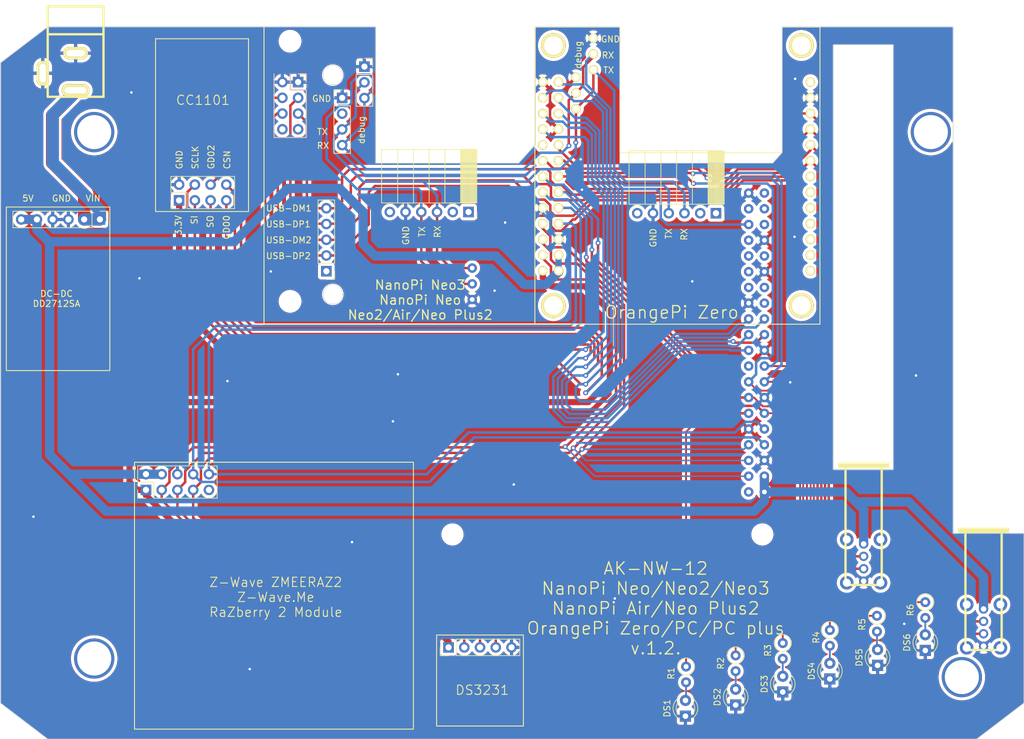
<source format=kicad_pcb>
(kicad_pcb (version 20220427) (generator pcbnew)
  (layers (0 "F.Cu" signal) (31 "B.Cu" signal) (34 "B.Paste" user) (35 "F.Paste" user) (36 "B.SilkS" user "B.Silkscreen") (37 "F.SilkS" user "F.Silkscreen") (38 "B.Mask" user) (39 "F.Mask" user) (44 "Edge.Cuts" user))
  (net 0 "")
  (net 1 "GND")
  (net 2 "5V")
  (net 11 "Net-(U1-USB-DP2)")
  (net 12 "Net-(U1-USB-DM3)")
  (net 13 "Net-(U1-USB-DP3)")
  (net 14 "Net-(U1-USB-DM2)")
  (net 15 "3.3V")
  (net 17 "12V")
  (net 18 "SI")
  (net 19 "SCLK")
  (net 20 "SO")
  (net 21 "GD02")
  (net 22 "GD00")
  (net 23 "CSN")
  (net 27 "TX")
  (net 28 "RX")
  (net 46 "PWM1")
  (net 47 "SCK")
  (net 48 "SDA")
  (net 49 "UART_TX")
  (net 50 "UART_RX")
  (net 51 "Net-(R1-Pad2)")
  (net 52 "Net-(DS2-A)")
  (net 53 "Net-(DS3-A)")
  (net 54 "Net-(DS4-A)")
  (net 55 "Net-(DS5-A)")
  (net 56 "Net-(DS6-A)")
  (net 57 "LED1")
  (net 58 "LED2")
  (net 59 "LED3")
  (net 60 "LED4")
  (net 61 "LED5")
  (net 62 "LED6")
  (footprint "Resistor_THT:R_Axial_DIN0207_L6.3mm_D2.5mm_P2.54mm_Vertical" (layer "F.Cu") (at 161 149.5 -90)
    (fp_text reference "R2")
    (fp_text value "R")
  )
  (footprint "Resistor_THT:R_Axial_DIN0207_L6.3mm_D2.5mm_P2.54mm_Vertical" (layer "F.Cu") (at 176.2 145.4 -90)
    (fp_text reference "R4")
    (fp_text value "R")
  )
  (footprint "LED_THT:LED_D3.0mm" (layer "F.Cu") (at 152.9 159.3 90)
    (fp_text reference "DS1")
    (fp_text value "LED")
  )
  (footprint "Resistor_THT:R_Axial_DIN0207_L6.3mm_D2.5mm_P2.54mm_Vertical" (layer "F.Cu") (at 183.8 143.1 -90)
    (fp_text reference "R5")
    (fp_text value "R")
  )
  (footprint "Connector_PinHeader_2.54mm:PinHeader_2x05_P2.54mm_Vertical" (layer "F.Cu") (at 65.85 122.775 90)
    (fp_text reference "P2" hide)
    (fp_text value "CONN_02X06")
  )
  (footprint "LED_THT:LED_D3.0mm" (layer "F.Cu") (at 161 157.5 90)
    (fp_text reference "DS2")
    (fp_text value "LED")
  )
  (footprint "immortal:orangepi-zero" (layer "F.Cu") (at 128.3735 96.0155)
    (fp_text reference "U1" hide)
    (fp_text value "orange_pi_zero" hide)
  )
  (footprint "LED_THT:LED_D3.0mm" (layer "F.Cu") (at 183.9 151.1 90)
    (fp_text reference "DS5")
    (fp_text value "LED")
  )
  (footprint "LED_THT:LED_D3.0mm" (layer "F.Cu") (at 168.6 155.4 90)
    (fp_text reference "DS3")
    (fp_text value "LED")
  )
  (footprint "LED_THT:LED_D3.0mm" (layer "F.Cu") (at 191.6 148.7 90)
    (fp_text reference "DS6")
    (fp_text value "LED")
  )
  (footprint "Connector_PinHeader_2.54mm:PinHeader_1x05_P2.54mm_Vertical" (layer "F.Cu") (at 114.675 148.2 90)
    (fp_text reference "P1" hide)
    (fp_text value "CONN_01X05")
  )
  (footprint "w_conn_pc:conn_usb_A-vert" (layer "F.Cu") (at 181.65 128.46978 180)
    (fp_text reference "J3" hide)
    (fp_text value "USB_2" hide)
  )
  (footprint "Resistor_THT:R_Axial_DIN0207_L6.3mm_D2.5mm_P2.54mm_Vertical" (layer "F.Cu") (at 191.6 140.9 -90)
    (fp_text reference "R6")
    (fp_text value "R")
  )
  (footprint "Connector_PinHeader_2.54mm:PinHeader_2x04_P2.54mm_Vertical" (layer "F.Cu") (at 71.2 76.02381 90)
    (fp_text reference "J5" hide)
    (fp_text value "Conn_02x04_Odd_Even")
  )
  (footprint "Resistor_THT:R_Axial_DIN0207_L6.3mm_D2.5mm_P2.54mm_Vertical" (layer "F.Cu") (at 153 151.3 -90)
    (fp_text reference "R1")
    (fp_text value "R")
  )
  (footprint "Connector_PinHeader_2.54mm:PinHeader_1x04_P2.54mm_Vertical" (layer "F.Cu") (at 97.51 59.48)
    (fp_text reference "REF**" hide)
    (fp_text value "PinHeader_1x04_P2.54mm_Vertical")
  )
  (footprint "Connector_PinSocket_2.54mm:PinSocket_1x06_P2.54mm_Horizontal" (layer "F.Cu") (at 157.825 78.1 -90)
    (fp_text reference "J6" hide)
    (fp_text value "Conn_01x06")
  )
  (footprint "Connector_PinHeader_2.54mm:PinHeader_1x06_P2.54mm_Vertical" (layer "F.Cu") (at 58.42 79.1 -90)
    (fp_text reference "J2" hide)
    (fp_text value "Conn_01x06" hide)
  )
  (footprint "LED_THT:LED_D3.0mm" (layer "F.Cu") (at 176.2 153.3 90)
    (fp_text reference "DS4")
    (fp_text value "LED")
  )
  (footprint "Resistor_THT:R_Axial_DIN0207_L6.3mm_D2.5mm_P2.54mm_Vertical" (layer "F.Cu") (at 168.6 147.5 -90)
    (fp_text reference "R3")
    (fp_text value "R")
  )
  (footprint "w_conn_pc:conn_usb_A-vert" (layer "F.Cu") (at 201 138.9703 180)
    (fp_text reference "J4" hide)
    (fp_text value "USB_2" hide)
  )
  (footprint "w_conn_misc:dc_socket" (layer "F.Cu") (at 54.5 52 180)
    (fp_text reference "J1" hide)
    (fp_text value "Conn_01x02" hide)
  )
  (footprint "Connector_PinHeader_2.54mm:PinHeader_1x05_P2.54mm_Vertical" (layer "F.Cu") (at 94.96 87.46 180)
    (fp_text reference "REF**" hide)
    (fp_text value "PinHeader_1x05_P2.54mm_Vertical")
  )
  (footprint "Connector_PinSocket_2.54mm:PinSocket_1x06_P2.54mm_Horizontal" (layer "F.Cu") (at 117.9 77.9 -90)
    (fp_text reference "J7" hide)
    (fp_text value "Conn_01x06")
  )
  (footprint "Mounting_Holes:MountingHole_3mm" (layer "B.Cu") (at 96 91.2 90)
    (fp_text reference "H1" hide)
    (fp_text value "MountingHole")
  )
  (footprint "immortal:NanoPi-NEO3" (layer "B.Cu") (at 110.103128 71.325 90)
    (fp_text reference "REF**" hide)
    (fp_text value "NanoPi_NEO3" hide)
  )
  (footprint "Mounting_Holes:MountingHole_3mm" (layer "B.Cu") (at 96 55.8 90)
    (fp_text reference "H2" hide)
    (fp_text value "MountingHole")
  )
  (footprint "immortal:OrangePiPC" (layer "B.Cu") (at 103.509364 87.960896 -90)
    (fp_text reference "U3" hide)
    (fp_text value "OrangePiPC")
  )
  (gr_line (start 91.71 65.88) (end 91.71 58.2) (stroke (width 0.15)) (layer "F.SilkS"))
  (gr_line (start 99.78 60.81) (end 99.79 55.69) (stroke (width 0.15)) (layer "F.SilkS"))
  (gr_line (start 86.53 55.59) (end 86.53 65.88) (stroke (width 0.15)) (layer "F.SilkS"))
  (gr_line (start 128.6015 96.0155) (end 84.9 96) (stroke (width 0.15)) (layer "F.SilkS"))
  (gr_line (start 90.41 55.59) (end 91.71 55.59) (stroke (width 0.15)) (layer "F.SilkS"))
  (gr_line (start 99.79 55.69) (end 102.44 55.69) (stroke (width 0.15)) (layer "F.SilkS"))
  (gr_line (start 91.71 55.59) (end 91.71 56.9) (stroke (width 0.15)) (layer "F.SilkS"))
  (gr_line (start 102.44 55.69) (end 102.44 60.8) (stroke (width 0.15)) (layer "F.SilkS"))
  (gr_line (start 89.15 58.2) (end 89.15 55.55) (stroke (width 0.15)) (layer "F.SilkS"))
  (gr_line (start 91.71 58.2) (end 89.15 58.2) (stroke (width 0.15)) (layer "F.SilkS"))
  (gr_rect (start 112.75 160.9) (end 126.75 146.2) (stroke (width 0.15)) (fill none) (layer "F.SilkS"))
  (gr_rect (start 43.32 77.1) (end 60.02 103.5) (stroke (width 0.15)) (fill none) (layer "F.SilkS"))
  (gr_line (start 102.41 53.08) (end 102.41 54.39) (stroke (width 0.15)) (layer "F.SilkS"))
  (gr_line (start 101.13 53.08) (end 102.41 53.08) (stroke (width 0.15)) (layer "F.SilkS"))
  (gr_line (start 86.53 65.88) (end 91.71 65.88) (stroke (width 0.15)) (layer "F.SilkS"))
  (gr_rect (start 64 118.3) (end 109 161.4) (stroke (width 0.15)) (fill none) (layer "F.SilkS"))
  (gr_line (start 84.9 96) (end 84.9 48.1) (stroke (width 0.15)) (layer "F.SilkS"))
  (gr_rect (start 82.4 49.92381) (end 67.4 77.82381) (stroke (width 0.15)) (fill none) (layer "F.SilkS"))
  (gr_line (start 102.44 60.8) (end 99.78 60.81) (stroke (width 0.15)) (layer "F.SilkS"))
  (gr_line (start 167 70) (end 142.3 70) (stroke (width 0.1)) (layer "Edge.Cuts"))
  (gr_circle (center 96 55.8) (end 96 54.3) (stroke (width 0.2)) (fill none) (layer "Edge.Cuts"))
  (gr_line (start 128.7 48) (end 128.7 67) (stroke (width 0.1)) (layer "Edge.Cuts"))
  (gr_line (start 50 163) (end 199.9 163) (stroke (width 0.1)) (layer "Edge.Cuts"))
  (gr_line (start 207.5 129.8) (end 207.5 157.2) (stroke (width 0.1)) (layer "Edge.Cuts"))
  (gr_line (start 42.4 157.2) (end 50 163) (stroke (width 0.1)) (layer "Edge.Cuts"))
  (gr_line (start 168.5 48) (end 168.5 68.3) (stroke (width 0.1)) (layer "Edge.Cuts"))
  (gr_line (start 126 70) (end 102.9 70) (stroke (width 0.1)) (layer "Edge.Cuts"))
  (gr_line (start 207.5 129.8) (end 196.1 129.8) (stroke (width 0.1)) (layer "Edge.Cuts"))
  (gr_line (start 196.1 48) (end 168.5 48) (stroke (width 0.1)) (layer "Edge.Cuts"))
  (gr_circle (center 96 91.2) (end 96 89.7) (stroke (width 0.2)) (fill none) (layer "Edge.Cuts"))
  (gr_line (start 126 70) (end 128.7 67) (stroke (width 0.1)) (layer "Edge.Cuts"))
  (gr_line (start 42.4 53.8) (end 42.4 157.2) (stroke (width 0.1)) (layer "Edge.Cuts"))
  (gr_line (start 102.9 70) (end 102.9 48) (stroke (width 0.1)) (layer "Edge.Cuts"))
  (gr_line (start 128.7 48) (end 142.3 48) (stroke (width 0.1)) (layer "Edge.Cuts"))
  (gr_line (start 196.1 129.8) (end 196.1 48) (stroke (width 0.1)) (layer "Edge.Cuts"))
  (gr_line (start 167 70) (end 168.5 68.3) (stroke (width 0.1)) (layer "Edge.Cuts"))
  (gr_line (start 199.9 163) (end 207.5 157.2) (stroke (width 0.1)) (layer "Edge.Cuts"))
  (gr_line (start 102.9 48) (end 50 48) (stroke (width 0.1)) (layer "Edge.Cuts"))
  (gr_line (start 42.4 53.8) (end 50 48) (stroke (width 0.1)) (layer "Edge.Cuts"))
  (gr_rect (start 186.45 50.8746) (end 176.75 119.5) (stroke (width 0.1)) (fill none) (layer "Edge.Cuts"))
  (gr_line (start 142.3 70) (end 142.3 48) (stroke (width 0.1)) (layer "Edge.Cuts"))
  (gr_text "RX" (at 140.4 52.6) (layer "F.SilkS") (effects (font (size 1 1))))
  (gr_text "USB-DP2" (at 88.828572 85) (layer "F.SilkS") (effects (font (size 1 1))))
  (gr_text "TX" (at 150.2 81.4 90) (layer "F.SilkS") (effects (font (size 1 1))))
  (gr_text "DC-DC\nDD2712SA" (at 51.42 91.9) (layer "F.SilkS") (effects (font (size 1 1))))
  (gr_text "5V" (at 46.82 75.7) (layer "F.SilkS") (effects (font (size 1 1))))
  (gr_text "GND" (at 52.22 75.7) (layer "F.SilkS") (effects (font (size 1 1))))
  (gr_text "OrangePi Zero" (at 150.7 94.1) (layer "F.SilkS") (effects (font (size 2 2) (thickness 0.2))))
  (gr_text "SO" (at 76.233332 79.447619 90) (layer "F.SilkS") (effects (font (size 1 1))))
  (gr_text "RX" (at 152.7 81.519048 90) (layer "F.SilkS") (effects (font (size 1 1))))
  (gr_text "GND" (at 71.24 69.456191 90) (layer "F.SilkS") (effects (font (size 1 1))))
  (gr_text "NanoPi Neo3\nNanoPi Neo\nNeo2/Air/Neo Plus2" (at 110.1 92.1) (layer "F.SilkS") (effects (font (size 1.5 1.5) (thickness 0.2))))
  (gr_text "USB-DP1" (at 88.828572 79.866666) (layer "F.SilkS") (effects (font (size 1 1))))
  (gr_text "DS3231" (at 120.11 155.1) (layer "F.SilkS") (effects (font (size 1.5 1.5))))
  (gr_text "CSN" (at 78.94 69.48 90) (layer "F.SilkS") (effects (font (size 1 1))))
  (gr_text "RX" (at 94.43 67.2) (layer "F.SilkS") (effects (font (size 1 1))))
  (gr_text "TX" (at 94.33 64.95) (layer "F.SilkS") (effects (font (size 1 1))))
  (gr_text "USB-DM2" (at 88.9 82.433332) (layer "F.SilkS") (effects (font (size 1 1))))
  (gr_text "USB-DM1" (at 88.9 77.3) (layer "F.SilkS") (effects (font (size 1 1))))
  (gr_text "GND" (at 147.7 82.066667 90) (layer "F.SilkS") (effects (font (size 1 1))))
  (gr_text "GND" (at 140.8 50) (layer "F.SilkS") (effects (font (size 1 1))))
  (gr_text "TX" (at 110.4 81.1 90) (layer "F.SilkS") (effects (font (size 1 1))))
  (gr_text "SI" (at 73.666666 79.161905 90) (layer "F.SilkS") (effects (font (size 1 1))))
  (gr_text "VIN" (at 57.32 75.7) (layer "F.SilkS") (effects (font (size 1 1))))
  (gr_text "GD02" (at 76.373332 69.027619 90) (layer "F.SilkS") (effects (font (size 1 1))))
  (gr_text "TX" (at 140.5 55) (layer "F.SilkS") (effects (font (size 1 1))))
  (gr_text "GD00" (at 78.86 80.38 90) (layer "F.SilkS") (effects (font (size 1 1))))
  (gr_text "AK-NW-12\nNanoPi Neo/Neo2/Neo3\nNanoPi Air/Neo Plus2\nOrangePi Zero/PC/PC plus\nv.1.2." (at 148.1 141.9) (layer "F.SilkS") (effects (font (size 2 2) (thickness 0.2))))
  (gr_text "3.3V" (at 71.1 80.066667 90) (layer "F.SilkS") (effects (font (size 1 1))))
  (gr_text "GND" (at 107.8 81.7 90) (layer "F.SilkS") (effects (font (size 1 1))))
  (gr_text "Z-Wave ZMEERAZ2\nZ-Wave.Me\nRaZberry 2 Module" (at 86.8 140.1) (layer "F.SilkS") (effects (font (size 1.5 1.5))))
  (gr_text "SCLK" (at 73.806666 69.099048 90) (layer "F.SilkS") (effects (font (size 1 1))))
  (gr_text "RX" (at 112.9 81.1 90) (layer "F.SilkS") (effects (font (size 1 1))))
  (gr_text "CC1101" (at 75.05 59.84) (layer "F.SilkS") (effects (font (size 1.5 1.5))))
  (gr_text "GND" (at 94.2 59.6) (layer "F.SilkS") (effects (font (size 1 1))))
  (via (at 57.5 65) (size 6.5) (drill 5.5) (layers "F.Cu" "B.Cu") (net 0))
  (via (at 192.5 65) (size 6.5) (drill 5.5) (layers "F.Cu" "B.Cu") (net 0))
  (via (at 57.5 150) (size 6.5) (drill 5.5) (layers "F.Cu" "B.Cu") (net 0))
  (via (at 197.5 153) (size 6.5) (drill 5.5) (layers "F.Cu" "B.Cu") (net 0))
  (segment (start 129.8815 56.9155) (end 131.043011 58.077011) (width 0.4) (layer "F.Cu") (net 1))
  (segment (start 134.0555 72.1555) (end 136.2 74.3) (width 0.4) (layer "F.Cu") (net 1))
  (segment (start 132.4215 72.1555) (end 134.0555 72.1555) (width 0.4) (layer "F.Cu") (net 1))
  (segment (start 131.043011 63.157011) (end 132.4215 64.5355) (width 0.4) (layer "F.Cu") (net 1))
  (segment (start 131.043011 58.077011) (end 131.043011 63.157011) (width 0.4) (layer "F.Cu") (net 1))
  (via (at 141.5 140.3) (size 0.8) (drill 0.4) (layers "F.Cu" "B.Cu") (net 1))
  (via (at 154 89.1) (size 0.8) (drill 0.4) (layers "F.Cu" "B.Cu") (net 1))
  (via (at 82.6 151.7) (size 0.8) (drill 0.4) (layers "F.Cu" "B.Cu") (net 1))
  (via (at 188.2 144.4) (size 0.8) (drill 0.4) (layers "F.Cu" "B.Cu") (net 1))
  (via (at 79 105.2) (size 0.8) (drill 0.4) (layers "F.Cu" "B.Cu") (net 1))
  (via (at 190.1 104.3) (size 0.8) (drill 0.4) (layers "F.Cu" "B.Cu") (net 1))
  (via (at 169.8 105.4) (size 0.8) (drill 0.4) (layers "F.Cu" "B.Cu") (net 1))
  (via (at 99.1 131.2) (size 0.8) (drill 0.4) (layers "F.Cu" "B.Cu") (net 1))
  (via (at 123.8 79.6) (size 0.8) (drill 0.4) (layers "F.Cu" "B.Cu") (net 1))
  (via (at 105.7 111.7) (size 0.8) (drill 0.4) (layers "F.Cu" "B.Cu") (net 1))
  (via (at 63.5 58.6) (size 0.8) (drill 0.4) (layers "F.Cu" "B.Cu") (net 1))
  (via (at 170.6 56.4) (size 0.8) (drill 0.4) (layers "F.Cu" "B.Cu") (net 1))
  (via (at 86 87.5) (size 0.8) (drill 0.4) (layers "F.Cu" "B.Cu") (net 1))
  (via (at 64.8 88.6) (size 0.8) (drill 0.4) (layers "F.Cu" "B.Cu") (net 1))
  (via (at 136.2 74.3) (size 0.8) (drill 0.4) (layers "F.Cu" "B.Cu") (net 1))
  (via (at 122.1 90.6) (size 0.8) (drill 0.4) (layers "F.Cu" "B.Cu") (net 1))
  (via (at 170.5 81.9) (size 0.8) (drill 0.4) (layers "F.Cu" "B.Cu") (net 1))
  (via (at 47.7 127.1) (size 0.8) (drill 0.4) (layers "F.Cu" "B.Cu") (net 1))
  (via (at 106.5 104.1) (size 0.8) (drill 0.4) (layers "F.Cu" "B.Cu") (net 1))
  (via (at 125.2 121.9) (size 0.8) (drill 0.4) (layers "F.Cu" "B.Cu") (net 1))
  (via (at 136 69.4) (size 0.8) (drill 0.4) (layers "F.Cu" "B.Cu") (net 1))
  (segment (start 131.1 80.994) (end 132.4215 82.3155) (width 0.4) (layer "B.Cu") (net 1))
  (segment (start 129.8815 77.2355) (end 129.8815 78.0815) (width 0.4) (layer "B.Cu") (net 1))
  (segment (start 129.8815 78.0815) (end 131.1 79.3) (width 0.4) (layer "B.Cu") (net 1))
  (segment (start 131.1 79.3) (end 131.1 80.994) (width 0.4) (layer "B.Cu") (net 1))
  (segment (start 188.9 124.7) (end 201 136.8) (width 1.5) (layer "B.Cu") (net 2))
  (segment (start 132.4215 87.3955) (end 132.4215 87.5785) (width 1.5) (layer "B.Cu") (net 2))
  (segment (start 130.4 89.6) (end 126.883 89.6) (width 1.5) (layer "B.Cu") (net 2))
  (segment (start 88.7 74.1) (end 80.1 82.7) (width 1.5) (layer "B.Cu") (net 2))
  (segment (start 180.4 124.7) (end 181.65 125.95) (width 1.5) (layer "B.Cu") (net 2))
  (segment (start 180.4 124.7) (end 188.9 124.7) (width 1.5) (layer "B.Cu") (net 2))
  (segment (start 164 126.2) (end 165.64 124.56) (width 1.5) (layer "B.Cu") (net 2))
  (segment (start 50.3 117.1) (end 59.4 126.2) (width 1.5) (layer "B.Cu") (net 2))
  (segment (start 50.3 117.1) (end 53.435 120.235) (width 1.5) (layer "B.Cu") (net 2))
  (segment (start 97.1 74.1) (end 88.7 74.1) (width 1.5) (layer "B.Cu") (net 2))
  (segment (start 100.9 77.9) (end 97.1 74.1) (width 1.5) (layer "B.Cu") (net 2))
  (segment (start 102.8 85) (end 100.9 83.1) (width 1.5) (layer "B.Cu") (net 2))
  (segment (start 165.64 124.56) (end 165.64 123.1) (width 1.5) (layer "B.Cu") (net 2))
  (segment (start 178.8 123.1) (end 165.64 123.1) (width 1.5) (layer "B.Cu") (net 2))
  (segment (start 48.26 80.76) (end 50.3 82.8) (width 1.5) (layer "B.Cu") (net 2))
  (segment (start 165.64 123.1) (end 165.64 120.56) (width 1.5) (layer "B.Cu") (net 2))
  (segment (start 181.65 125.95) (end 181.65 131.5) (width 1.5) (layer "B.Cu") (net 2))
  (segment (start 80.1 82.7) (end 50.2 82.7) (width 1.5) (layer "B.Cu") (net 2))
  (segment (start 50.3 82.8) (end 50.3 114.1) (width 1.5) (layer "B.Cu") (net 2))
  (segment (start 122.283 85) (end 102.8 85) (width 1.5) (layer "B.Cu") (net 2))
  (segment (start 126.883 89.6) (end 122.283 85) (width 1.5) (layer "B.Cu") (net 2))
  (segment (start 180.4 124.7) (end 178.8 123.1) (width 1.5) (layer "B.Cu") (net 2))
  (segment (start 50.2 82.7) (end 48.26 80.76) (width 1.5) (layer "B.Cu") (net 2))
  (segment (start 59.4 126.2) (end 164 126.2) (width 1.5) (layer "B.Cu") (net 2))
  (segment (start 201 136.8) (end 201 142.00052) (width 1.5) (layer "B.Cu") (net 2))
  (segment (start 45.72 79.1) (end 48.26 79.1) (width 1.5) (layer "B.Cu") (net 2))
  (segment (start 53.435 120.235) (end 68.39 120.235) (width 1.5) (layer "B.Cu") (net 2))
  (segment (start 48.26 80.76) (end 48.26 79.1) (width 1.5) (layer "B.Cu") (net 2))
  (segment (start 50.3 114.1) (end 50.3 117.1) (width 1.5) (layer "B.Cu") (net 2))
  (segment (start 100.9 83.1) (end 100.9 77.9) (width 1.5) (layer "B.Cu") (net 2))
  (segment (start 132.4215 84.8555) (end 132.4215 87.3955) (width 1) (layer "B.Cu") (net 2))
  (segment (start 132.4215 87.5785) (end 130.4 89.6) (width 1.5) (layer "B.Cu") (net 2))
  (segment (start 137.679899 74.8) (end 158.4 74.8) (width 0.4) (layer "F.Cu") (net 11))
  (segment (start 173.0615 64.5355) (end 175.422051 66.896051) (width 0.4) (layer "F.Cu") (net 11))
  (segment (start 131.2 75.4) (end 131.8 76) (width 0.4) (layer "F.Cu") (net 11))
  (segment (start 128.1 73.4) (end 130.7 73.4) (width 0.4) (layer "F.Cu") (net 11))
  (segment (start 130.7 73.4) (end 131.2 73.9) (width 0.4) (layer "F.Cu") (net 11))
  (segment (start 175.422051 66.896051) (end 175.422051 131.422051) (width 0.4) (layer "F.Cu") (net 11))
  (segment (start 168.206011 71.593989) (end 170.7 69.1) (width 0.4) (layer "F.Cu") (net 11))
  (segment (start 126.7 72) (end 128.1 73.4) (width 0.4) (layer "F.Cu") (net 11))
  (segment (start 89.16 70.58) (end 89.153617 70.586383) (width 0.4) (layer "F.Cu") (net 11))
  (segment (start 90.43 79.79) (end 96.31 79.79) (width 0.4) (layer "F.Cu") (net 11))
  (segment (start 98.9 73) (end 99.9 72) (width 0.4) (layer "F.Cu") (net 11))
  (segment (start 89.153617 60.714511) (end 89.153617 70.573617) (width 0.4) (layer "F.Cu") (net 11))
  (segment (start 89.153617 78.513617) (end 90.43 79.79) (width 0.4) (layer "F.Cu") (net 11))
  (segment (start 98.9 77.2) (end 98.9 73) (width 0.4) (layer "F.Cu") (net 11))
  (segment (start 131.8 76) (end 136.479899 76) (width 0.4) (layer "F.Cu") (net 11))
  (segment (start 90.403128 59.465) (end 89.153617 60.714511) (width 0.4) (layer "F.Cu") (net 11))
  (segment (start 96.31 79.79) (end 98.9 77.2) (width 0.4) (layer "F.Cu") (net 11))
  (segment (start 131.2 73.9) (end 131.2 75.4) (width 0.4) (layer "F.Cu") (net 11))
  (segment (start 170.7 66.897) (end 173.0615 64.5355) (width 0.4) (layer "F.Cu") (net 11))
  (segment (start 99.9 72) (end 126.7 72) (width 0.4) (layer "F.Cu") (net 11))
  (segment (start 89.153617 70.586383) (end 89.153617 78.513617) (width 0.4) (layer "F.Cu") (net 11))
  (segment (start 170.7 69.1) (end 170.7 66.897) (width 0.4) (layer "F.Cu") (net 11))
  (segment (start 158.4 74.8) (end 161.606011 71.593989) (width 0.4) (layer "F.Cu") (net 11))
  (segment (start 89.153617 70.573617) (end 89.16 70.58) (width 0.4) (layer "F.Cu") (net 11))
  (segment (start 136.479899 76) (end 137.679899 74.8) (width 0.4) (layer "F.Cu") (net 11))
  (segment (start 161.606011 71.593989) (end 168.206011 71.593989) (width 0.4) (layer "F.Cu") (net 11))
  (segment (start 175.422051 131.422051) (end 179.5005 135.5005) (width 0.4) (layer "F.Cu") (net 11))
  (segment (start 179.5005 135.5005) (end 181.65 135.5005) (width 0.4) (layer "F.Cu") (net 11))
  (segment (start 173.0615 67.9385) (end 173.0615 67.0755) (width 0.4) (layer "F.Cu") (net 12))
  (segment (start 100.3 78.7) (end 100.3 73.9) (width 0.4) (layer "F.Cu") (net 12))
  (segment (start 125.2 72.8) (end 128.3 75.9) (width 0.4) (layer "F.Cu") (net 12))
  (segment (start 174.822531 136.696185) (end 177.876346 139.75) (width 0.4) (layer "F.Cu") (net 12))
  (segment (start 177.876346 139.75) (end 188.25 139.75) (width 0.4) (layer "F.Cu") (net 12))
  (segment (start 161.951472 72.2) (end 168.8 72.2) (width 0.4) (layer "F.Cu") (net 12))
  (segment (start 174.822531 68.836531) (end 174.822531 136.696185) (width 0.4) (layer "F.Cu") (net 12))
  (segment (start 195.1 139.751472) (end 195.1 143.1) (width 0.4) (layer "F.Cu") (net 12))
  (segment (start 168.8 72.2) (end 173.0615 67.9385) (width 0.4) (layer "F.Cu") (net 12))
  (segment (start 190.1 137.9) (end 193.248528 137.9) (width 0.4) (layer "F.Cu") (net 12))
  (segment (start 101.4 72.8) (end 125.2 72.8) (width 0.4) (layer "F.Cu") (net 12))
  (segment (start 86.1 65.41) (end 87.11 66.42) (width 0.4) (layer "F.Cu") (net 12))
  (segment (start 96.61 82.39) (end 100.3 78.7) (width 0.4) (layer "F.Cu") (net 12))
  (segment (start 88.68 82.39) (end 96.61 82.39) (width 0.4) (layer "F.Cu") (net 12))
  (segment (start 130.189317 75.9) (end 131.1 76.810683) (width 0.4) (layer "F.Cu") (net 12))
  (segment (start 86.995 62.005) (end 86.1 62.9) (width 0.4) (layer "F.Cu") (net 12))
  (segment (start 134.828427 78.5) (end 137.928427 75.4) (width 0.4) (layer "F.Cu") (net 12))
  (segment (start 131.8 78.5) (end 134.828427 78.5) (width 0.4) (layer "F.Cu") (net 12))
  (segment (start 137.928427 75.4) (end 158.751472 75.4) (width 0.4) (layer "F.Cu") (net 12))
  (segment (start 193.248528 137.9) (end 195.1 139.751472) (width 0.4) (layer "F.Cu") (net 12))
  (segment (start 131.1 77.8) (end 131.8 78.5) (width 0.4) (layer "F.Cu") (net 12))
  (segment (start 100.3 73.9) (end 101.4 72.8) (width 0.4) (layer "F.Cu") (net 12))
  (segment (start 86.1 62.9) (end 86.1 65.41) (width 0.4) (layer "F.Cu") (net 12))
  (segment (start 131.1 76.810683) (end 131.1 77.8) (width 0.4) (layer "F.Cu") (net 12))
  (segment (start 128.3 75.9) (end 130.189317 75.9) (width 0.4) (layer "F.Cu") (net 12))
  (segment (start 173.0615 67.0755) (end 174.822531 68.836531) (width 0.4) (layer "F.Cu") (net 12))
  (segment (start 158.751472 75.4) (end 161.951472 72.2) (width 0.4) (layer "F.Cu") (net 12))
  (segment (start 188.25 139.75) (end 190.1 137.9) (width 0.4) (layer "F.Cu") (net 12))
  (segment (start 195.1 143.1) (end 195.9995 143.9995) (width 0.4) (layer "F.Cu") (net 12))
  (segment (start 195.9995 143.9995) (end 201 143.9995) (width 0.4) (layer "F.Cu") (net 12))
  (segment (start 87.11 80.82) (end 88.68 82.39) (width 0.4) (layer "F.Cu") (net 12))
  (segment (start 87.11 66.42) (end 87.11 80.82) (width 0.4) (layer "F.Cu") (net 12))
  (segment (start 87.863128 62.005) (end 86.995 62.005) (width 0.4) (layer "F.Cu") (net 12))
  (segment (start 85.07 81.81) (end 88.18 84.92) (width 0.4) (layer "F.Cu") (net 13))
  (segment (start 132.902817 80.9375) (end 134.740317 79.1) (width 0.4) (layer "F.Cu") (net 13))
  (segment (start 162.2 72.8) (end 169.877 72.8) (width 0.4) (layer "F.Cu") (net 13))
  (segment (start 196.50102 146.00102) (end 201 146.00102) (width 0.4) (layer "F.Cu") (net 13))
  (segment (start 135.076955 79.1) (end 138.176955 76) (width 0.4) (layer "F.Cu") (net 13))
  (segment (start 194.5 144) (end 196.50102 146.00102) (width 0.4) (layer "F.Cu") (net 13))
  (segment (start 129.2 78.5) (end 130.5 78.5) (width 0.4) (layer "F.Cu") (net 13))
  (segment (start 88.18 84.92) (end 96.78 84.92) (width 0.4) (layer "F.Cu") (net 13))
  (segment (start 169.877 72.8) (end 173.0615 69.6155) (width 0.4) (layer "F.Cu") (net 13))
  (segment (start 85.08 71.48) (end 85.07 71.49) (width 0.4) (layer "F.Cu") (net 13))
  (segment (start 188.65 140.35) (end 190.5 138.5) (width 0.4) (layer "F.Cu") (net 13))
  (segment (start 101.8 79.9) (end 101.8 74.7) (width 0.4) (layer "F.Cu") (net 13))
  (segment (start 101.8 74.7) (end 102.8 73.7) (width 0.4) (layer "F.Cu") (net 13))
  (segment (start 174.223011 70.777011) (end 174.223011 136.945193) (width 0.4) (layer "F.Cu") (net 13))
  (segment (start 177.627818 140.35) (end 188.65 140.35) (width 0.4) (layer "F.Cu") (net 13))
  (segment (start 174.223011 136.945193) (end 177.627818 140.35) (width 0.4) (layer "F.Cu") (net 13))
  (segment (start 85.07 71.49) (end 85.07 81.81) (width 0.4) (layer "F.Cu") (net 13))
  (segment (start 85.08 60.42) (end 85.08 71.48) (width 0.4) (layer "F.Cu") (net 13))
  (segment (start 86.035 59.465) (end 85.08 60.42) (width 0.4) (layer "F.Cu") (net 13))
  (segment (start 87.863128 59.465) (end 86.035 59.465) (width 0.4) (layer "F.Cu") (net 13))
  (segment (start 159 76) (end 162.2 72.8) (width 0.4) (layer "F.Cu") (net 13))
  (segment (start 131.2 80.197317) (end 131.940183 80.9375) (width 0.4) (layer "F.Cu") (net 13))
  (segment (start 96.78 84.92) (end 101.8 79.9) (width 0.4) (layer "F.Cu") (net 13))
  (segment (start 173.0615 69.6155) (end 174.223011 70.777011) (width 0.4) (layer "F.Cu") (net 13))
  (segment (start 134.740317 79.1) (end 135.076955 79.1) (width 0.4) (layer "F.Cu") (net 13))
  (segment (start 131.2 79.2) (end 131.2 80.197317) (width 0.4) (layer "F.Cu") (net 13))
  (segment (start 138.176955 76) (end 159 76) (width 0.4) (layer "F.Cu") (net 13))
  (segment (start 130.5 78.5) (end 131.2 79.2) (width 0.4) (layer "F.Cu") (net 13))
  (segment (start 102.8 73.7) (end 124.4 73.7) (width 0.4) (layer "F.Cu") (net 13))
  (segment (start 193 138.5) (end 194.5 140) (width 0.4) (layer "F.Cu") (net 13))
  (segment (start 131.940183 80.9375) (end 132.902817 80.9375) (width 0.4) (layer "F.Cu") (net 13))
  (segment (start 190.5 138.5) (end 193 138.5) (width 0.4) (layer "F.Cu") (net 13))
  (segment (start 124.4 73.7) (end 129.2 78.5) (width 0.4) (layer "F.Cu") (net 13))
  (segment (start 194.5 140) (end 194.5 144) (width 0.4) (layer "F.Cu") (net 13))
  (segment (start 131.940183 73.5335) (end 132.902817 73.5335) (width 0.4) (layer "F.Cu") (net 14))
  (segment (start 169.8 63.2) (end 171.0045 61.9955) (width 0.4) (layer "F.Cu") (net 14))
  (segment (start 92.43 77.3) (end 96.4 77.3) (width 0.4) (layer "F.Cu") (net 14))
  (segment (start 90.403128 62.005) (end 91.82 63.421872) (width 0.4) (layer "F.Cu") (net 14))
  (segment (start 179.00102 133.49898) (end 181.65 133.49898) (width 0.4) (layer "F.Cu") (net 14))
  (segment (start 130.593989 70.993989) (end 131.1 71.5) (width 0.4) (layer "F.Cu") (net 14))
  (segment (start 97.5 72.2) (end 98.706011 70.993989) (width 0.4) (layer "F.Cu") (net 14))
  (segment (start 167.606011 70.993989) (end 169.8 68.8) (width 0.4) (layer "F.Cu") (net 14))
  (segment (start 179 133.5) (end 179.00102 133.49898) (width 0.4) (layer "F.Cu") (net 14))
  (segment (start 131.1 72.8) (end 131.886842 73.586842) (width 0.4) (layer "F.Cu") (net 14))
  (segment (start 96.4 77.3) (end 97.5 76.2) (width 0.4) (layer "F.Cu") (net 14))
  (segment (start 97.5 76.2) (end 97.5 72.2) (width 0.4) (layer "F.Cu") (net 14))
  (segment (start 176.021571 130.521571) (end 179 133.5) (width 0.4) (layer "F.Cu") (net 14))
  (segment (start 171.0045 61.9955) (end 173.0615 61.9955) (width 0.4) (layer "F.Cu") (net 14))
  (segment (start 158.151472 74.2) (end 161.357483 70.993989) (width 0.4) (layer "F.Cu") (net 14))
  (segment (start 131.886842 73.586842) (end 131.940183 73.5335) (width 0.4) (layer "F.Cu") (net 14))
  (segment (start 91.82 63.421872) (end 91.82 76.69) (width 0.4) (layer "F.Cu") (net 14))
  (segment (start 132.902817 73.5335) (end 134.469317 75.1) (width 0.4) (layer "F.Cu") (net 14))
  (segment (start 169.8 68.8) (end 169.8 63.2) (width 0.4) (layer "F.Cu") (net 14))
  (segment (start 131.1 71.5) (end 131.1 72.8) (width 0.4) (layer "F.Cu") (net 14))
  (segment (start 137.431371 74.2) (end 158.151472 74.2) (width 0.4) (layer "F.Cu") (net 14))
  (segment (start 98.706011 70.993989) (end 130.593989 70.993989) (width 0.4) (layer "F.Cu") (net 14))
  (segment (start 91.82 76.69) (end 92.43 77.3) (width 0.4) (layer "F.Cu") (net 14))
  (segment (start 134.469317 75.1) (end 136.531371 75.1) (width 0.4) (layer "F.Cu") (net 14))
  (segment (start 176.021571 64.955571) (end 176.021571 130.521571) (width 0.4) (layer "F.Cu") (net 14))
  (segment (start 161.357483 70.993989) (end 167.606011 70.993989) (width 0.4) (layer "F.Cu") (net 14))
  (segment (start 136.531371 75.1) (end 137.431371 74.2) (width 0.4) (layer "F.Cu") (net 14))
  (segment (start 173.0615 61.9955) (end 176.021571 64.955571) (width 0.4) (layer "F.Cu") (net 14))
  (segment (start 65.85 122.775) (end 65.85 123.65) (width 1) (layer "F.Cu") (net 15))
  (segment (start 140.7 105.1) (end 137.2 108.6) (width 1) (layer "F.Cu") (net 15))
  (segment (start 136.7 89.9) (end 140.7 93.9) (width 1) (layer "F.Cu") (net 15))
  (segment (start 63.2 121.5) (end 64.475 122.775) (width 1) (layer "F.Cu") (net 15))
  (segment (start 113.5 146.1) (end 114.675 147.275) (width 1) (layer "F.Cu") (net 15))
  (segment (start 140.7 93.9) (end 140.7 105.1) (width 1) (layer "F.Cu") (net 15))
  (segment (start 72 108.6) (end 63.2 117.4) (width 1) (layer "F.Cu") (net 15))
  (segment (start 137.2 108.6) (end 86.8 108.6) (width 1) (layer "F.Cu") (net 15))
  (segment (start 71.2 93) (end 71.2 76.02381) (width 1) (layer "F.Cu") (net 15))
  (segment (start 88.3 146.1) (end 113.5 146.1) (width 1) (layer "F.Cu") (net 15))
  (segment (start 131.3 89.9) (end 136.7 89.9) (width 1) (layer "F.Cu") (net 15))
  (segment (start 114.675 147.275) (end 114.675 148.2) (width 1) (layer "F.Cu") (net 15))
  (segment (start 63.2 117.4) (end 63.2 121.5) (width 1) (layer "F.Cu") (net 15))
  (segment (start 86.8 108.6) (end 72 108.6) (width 1) (layer "F.Cu") (net 15))
  (segment (start 65.85 123.65) (end 88.3 146.1) (width 1) (layer "F.Cu") (net 15))
  (segment (start 129.8815 88.4815) (end 131.3 89.9) (width 1) (layer "F.Cu") (net 15))
  (segment (start 64.475 122.775) (end 65.85 122.775) (width 1) (layer "F.Cu") (net 15))
  (segment (start 86.8 108.6) (end 71.2 93) (width 1) (layer "F.Cu") (net 15))
  (segment (start 129.8815 87.3955) (end 129.8815 88.4815) (width 1) (layer "F.Cu") (net 15))
  (segment (start 50.72 62.3) (end 50.72 69.97) (width 2) (layer "F.Cu") (net 17))
  (segment (start 54.66906 58.35094) (end 50.72 62.3) (width 2) (layer "F.Cu") (net 17))
  (segment (start 55.88 75.13) (end 55.88 79.1) (width 2) (layer "F.Cu") (net 17))
  (segment (start 50.72 69.97) (end 55.88 75.13) (width 2) (layer "F.Cu") (net 17))
  (segment (start 50.81 62.18) (end 54.63906 58.35094) (width 2) (layer "B.Cu") (net 17))
  (segment (start 58.42 77.61) (end 50.81 70) (width 2) (layer "B.Cu") (net 17))
  (segment (start 58.42 79.1) (end 55.88 79.1) (width 2) (layer "B.Cu") (net 17))
  (segment (start 50.81 70) (end 50.81 62.18) (width 2) (layer "B.Cu") (net 17))
  (segment (start 58.42 79.1) (end 58.42 77.61) (width 2) (layer "B.Cu") (net 17))
  (segment (start 81.7 100.1) (end 73.74 92.14) (width 0.4) (layer "F.Cu") (net 18))
  (segment (start 73.74 92.14) (end 73.74 76.02381) (width 0.4) (layer "F.Cu") (net 18))
  (segment (start 136.7995 100.1) (end 81.7 100.1) (width 0.4) (layer "F.Cu") (net 18))
  (via (at 136.7995 100.1) (size 0.8) (drill 0.4) (layers "F.Cu" "B.Cu") (net 18))
  (segment (start 139.7 75.339696) (end 137.2 72.839696) (width 0.4) (layer "B.Cu") (net 18))
  (segment (start 131.6 104.5) (end 131.6 109.9) (width 0.4) (layer "B.Cu") (net 18))
  (segment (start 137.2 72.839696) (end 137.2 66.4) (width 0.4) (layer "B.Cu") (net 18))
  (segment (start 136 100.1) (end 131.6 104.5) (width 0.4) (layer "B.Cu") (net 18))
  (segment (start 137.2 66.4) (end 136.6 65.8) (width 0.4) (layer "B.Cu") (net 18))
  (segment (start 159.919601 100.1) (end 160.059601 100.24) (width 0.4) (layer "B.Cu") (net 18))
  (segment (start 139.7 97.1995) (end 139.7 75.339696) (width 0.4) (layer "B.Cu") (net 18))
  (segment (start 136.7995 100.1) (end 136 100.1) (width 0.4) (layer "B.Cu") (net 18))
  (segment (start 131.146 65.8) (end 129.8815 64.5355) (width 0.4) (layer "B.Cu") (net 18))
  (segment (start 136.6 65.8) (end 131.146 65.8) (width 0.4) (layer "B.Cu") (net 18))
  (segment (start 160.059601 100.24) (end 163.1 100.24) (width 0.4) (layer "B.Cu") (net 18))
  (segment (start 136.7995 100.1) (end 139.7 97.1995) (width 0.4) (layer "B.Cu") (net 18))
  (segment (start 140.6 111.8) (end 152.3 100.1) (width 0.4) (layer "B.Cu") (net 18))
  (segment (start 133.5 111.8) (end 140.6 111.8) (width 0.4) (layer "B.Cu") (net 18))
  (segment (start 131.6 109.9) (end 133.5 111.8) (width 0.4) (layer "B.Cu") (net 18))
  (segment (start 152.3 100.1) (end 159.919601 100.1) (width 0.4) (layer "B.Cu") (net 18))
  (segment (start 136 105.7) (end 131.2 100.9) (width 0.4) (layer "F.Cu") (net 19))
  (segment (start 136.7995 105.7) (end 136 105.7) (width 0.4) (layer "F.Cu") (net 19))
  (segment (start 81.2 100.9) (end 72.490489 92.190489) (width 0.4) (layer "F.Cu") (net 19))
  (segment (start 72.490489 92.190489) (end 72.490489 74.733321) (width 0.4) (layer "F.Cu") (net 19))
  (segment (start 131.2 100.9) (end 81.2 100.9) (width 0.4) (layer "F.Cu") (net 19))
  (segment (start 72.490489 74.733321) (end 73.74 73.48381) (width 0.4) (layer "F.Cu") (net 19))
  (via (at 136.7995 105.7) (size 0.8) (drill 0.4) (layers "F.Cu" "B.Cu") (net 19))
  (segment (start 140.4 108.5) (end 151.2995 97.6005) (width 0.4) (layer "B.Cu") (net 19))
  (segment (start 136.8 105.7) (end 142.1 100.4) (width 0.4) (layer "B.Cu") (net 19))
  (segment (start 134.9 60) (end 133.193989 58.293989) (width 0.4) (layer "B.Cu") (net 19))
  (segment (start 133.193989 58.293989) (end 131.043011 58.293989) (width 0.4) (layer "B.Cu") (net 19))
  (segment (start 139.6 61.7) (end 137.9 60) (width 0.4) (layer "B.Cu") (net 19))
  (segment (start 139.6 71.845584) (end 139.6 61.7) (width 0.4) (layer "B.Cu") (net 19))
  (segment (start 135.2 107.8) (end 135.9 108.5) (width 0.4) (layer "B.Cu") (net 19))
  (segment (start 137.9 60) (end 134.9 60) (width 0.4) (layer "B.Cu") (net 19))
  (segment (start 142.1 100.4) (end 142.1 74.345584) (width 0.4) (layer "B.Cu") (net 19))
  (segment (start 142.1 74.345584) (end 139.6 71.845584) (width 0.4) (layer "B.Cu") (net 19))
  (segment (start 161.482601 95.938) (end 162.322 95.938) (width 0.4) (layer "B.Cu") (net 19))
  (segment (start 136.7995 105.7) (end 135.75 105.7) (width 0.4) (layer "B.Cu") (net 19))
  (segment (start 135.9 108.5) (end 140.4 108.5) (width 0.4) (layer "B.Cu") (net 19))
  (segment (start 135.2 106.25) (end 135.2 107.8) (width 0.4) (layer "B.Cu") (net 19))
  (segment (start 159.820101 97.6005) (end 161.482601 95.938) (width 0.4) (layer "B.Cu") (net 19))
  (segment (start 135.75 105.7) (end 135.2 106.25) (width 0.4) (layer "B.Cu") (net 19))
  (segment (start 151.2995 97.6005) (end 159.820101 97.6005) (width 0.4) (layer "B.Cu") (net 19))
  (segment (start 131.043011 58.293989) (end 129.8815 59.4555) (width 0.4) (layer "B.Cu") (net 19))
  (segment (start 162.322 95.938) (end 163.1 95.16) (width 0.4) (layer "B.Cu") (net 19))
  (segment (start 136.7995 105.7) (end 136.8 105.7) (width 0.4) (layer "B.Cu") (net 19))
  (segment (start 82.1 99.3) (end 76.28 93.48) (width 0.4) (layer "F.Cu") (net 20))
  (segment (start 76.28 93.48) (end 76.28 76.02381) (width 0.4) (layer "F.Cu") (net 20))
  (segment (start 137.599011 100.700489) (end 137.599011 99.699011) (width 0.4) (layer "F.Cu") (net 20))
  (segment (start 137.2 99.3) (end 82.1 99.3) (width 0.4) (layer "F.Cu") (net 20))
  (segment (start 136.7995 101.5) (end 137.599011 100.700489) (width 0.4) (layer "F.Cu") (net 20))
  (segment (start 137.599011 99.699011) (end 137.2 99.3) (width 0.4) (layer "F.Cu") (net 20))
  (via (at 136.7995 101.5) (size 0.8) (drill 0.4) (layers "F.Cu" "B.Cu") (net 20))
  (segment (start 140.3 97.9995) (end 140.3 75.091168) (width 0.4) (layer "B.Cu") (net 20))
  (segment (start 137.8 72.591168) (end 137.8 65.4) (width 0.4) (layer "B.Cu") (net 20))
  (segment (start 135.6 101.5) (end 132.3 104.8) (width 0.4) (layer "B.Cu") (net 20))
  (segment (start 133.8 111.2) (end 140.3 111.2) (width 0.4) (layer "B.Cu") (net 20))
  (segment (start 160.268629 99.6005) (end 161.1995 99.6005) (width 0.4) (layer "B.Cu") (net 20))
  (segment (start 131.186 63.3) (end 129.8815 61.9955) (width 0.4) (layer "B.Cu") (net 20))
  (segment (start 140.3 111.2) (end 152 99.5) (width 0.4) (layer "B.Cu") (net 20))
  (segment (start 136.7995 101.5) (end 140.3 97.9995) (width 0.4) (layer "B.Cu") (net 20))
  (segment (start 132.3 109.7) (end 133.8 111.2) (width 0.4) (layer "B.Cu") (net 20))
  (segment (start 161.1995 99.6005) (end 163.1 97.7) (width 0.4) (layer "B.Cu") (net 20))
  (segment (start 133.1 63.3) (end 131.186 63.3) (width 0.4) (layer "B.Cu") (net 20))
  (segment (start 136.7 64.3) (end 134.1 64.3) (width 0.4) (layer "B.Cu") (net 20))
  (segment (start 140.3 75.091168) (end 137.8 72.591168) (width 0.4) (layer "B.Cu") (net 20))
  (segment (start 137.8 65.4) (end 136.7 64.3) (width 0.4) (layer "B.Cu") (net 20))
  (segment (start 152 99.5) (end 160.168129 99.5) (width 0.4) (layer "B.Cu") (net 20))
  (segment (start 136.7995 101.5) (end 135.6 101.5) (width 0.4) (layer "B.Cu") (net 20))
  (segment (start 134.1 64.3) (end 133.1 63.3) (width 0.4) (layer "B.Cu") (net 20))
  (segment (start 160.168129 99.5) (end 160.268629 99.6005) (width 0.4) (layer "B.Cu") (net 20))
  (segment (start 132.3 104.8) (end 132.3 109.7) (width 0.4) (layer "B.Cu") (net 20))
  (segment (start 81.2 94.6) (end 81.2 73.4) (width 0.4) (layer "F.Cu") (net 21))
  (segment (start 139.397571 104.501929) (end 139.397571 98.397571) (width 0.4) (layer "F.Cu") (net 21))
  (segment (start 77.96381 71.8) (end 76.28 73.48381) (width 0.4) (layer "F.Cu") (net 21))
  (segment (start 79.6 71.8) (end 77.96381 71.8) (width 0.4) (layer "F.Cu") (net 21))
  (segment (start 137.6 96.6) (end 83.2 96.6) (width 0.4) (layer "F.Cu") (net 21))
  (segment (start 81.2 73.4) (end 79.6 71.8) (width 0.4) (layer "F.Cu") (net 21))
  (segment (start 139.397571 98.397571) (end 137.6 96.6) (width 0.4) (layer "F.Cu") (net 21))
  (segment (start 83.2 96.6) (end 81.2 94.6) (width 0.4) (layer "F.Cu") (net 21))
  (segment (start 136.7995 107.1) (end 139.397571 104.501929) (width 0.4) (layer "F.Cu") (net 21))
  (via (at 136.7995 107.1) (size 0.8) (drill 0.4) (layers "F.Cu" "B.Cu") (net 21))
  (segment (start 142.802944 74.2) (end 148.2 74.2) (width 0.4) (layer "B.Cu") (net 21))
  (segment (start 136.9 107.1) (end 142.7 101.3) (width 0.4) (layer "B.Cu") (net 21))
  (segment (start 148.915 74.915) (end 148.915 78.915) (width 0.4) (layer "B.Cu") (net 21))
  (segment (start 140.2 61.45215) (end 136.046861 57.299011) (width 0.4) (layer "B.Cu") (net 21))
  (segment (start 148.2 74.2) (end 148.915 74.915) (width 0.4) (layer "B.Cu") (net 21))
  (segment (start 132.805011 57.299011) (end 132.4215 56.9155) (width 0.4) (layer "B.Cu") (net 21))
  (segment (start 136.046861 57.299011) (end 132.805011 57.299011) (width 0.4) (layer "B.Cu") (net 21))
  (segment (start 142.7 101.3) (end 142.7 74.097056) (width 0.4) (layer "B.Cu") (net 21))
  (segment (start 149.92 79.92) (end 163.1 79.92) (width 0.4) (layer "B.Cu") (net 21))
  (segment (start 148.915 78.915) (end 149.92 79.92) (width 0.4) (layer "B.Cu") (net 21))
  (segment (start 142.7 74.097056) (end 140.2 71.597056) (width 0.4) (layer "B.Cu") (net 21))
  (segment (start 140.2 71.597056) (end 140.2 61.45215) (width 0.4) (layer "B.Cu") (net 21))
  (segment (start 140.2 71.597056) (end 142.802944 74.2) (width 0.4) (layer "B.Cu") (net 21))
  (segment (start 136.7995 107.1) (end 136.9 107.1) (width 0.4) (layer "B.Cu") (net 21))
  (segment (start 138.198531 101.500969) (end 138.198531 99.198531) (width 0.4) (layer "F.Cu") (net 22))
  (segment (start 160.7995 99) (end 164.34 99) (width 0.4) (layer "F.Cu") (net 22))
  (segment (start 138.198531 99.198531) (end 137.5 98.5) (width 0.4) (layer "F.Cu") (net 22))
  (segment (start 137.5 98.5) (end 82.6 98.5) (width 0.4) (layer "F.Cu") (net 22))
  (segment (start 82.6 98.5) (end 78.82 94.72) (width 0.4) (layer "F.Cu") (net 22))
  (segment (start 164.34 99) (end 165.64 97.7) (width 0.4) (layer "F.Cu") (net 22))
  (segment (start 78.82 94.72) (end 78.82 76.02381) (width 0.4) (layer "F.Cu") (net 22))
  (segment (start 160.6 98.8005) (end 160.7995 99) (width 0.4) (layer "F.Cu") (net 22))
  (segment (start 136.7995 102.9) (end 138.198531 101.500969) (width 0.4) (layer "F.Cu") (net 22))
  (via (at 136.7995 102.9) (size 0.8) (drill 0.4) (layers "F.Cu" "B.Cu") (net 22))
  (via (at 160.6 98.8005) (size 0.8) (drill 0.4) (layers "F.Cu" "B.Cu") (net 22))
  (segment (start 133 109.3) (end 133 105.15) (width 0.4) (layer "B.Cu") (net 22))
  (segment (start 140.9 98.8) (end 140.9 74.84264) (width 0.4) (layer "B.Cu") (net 22))
  (segment (start 136.8 102.9) (end 140.9 98.8) (width 0.4) (layer "B.Cu") (net 22))
  (segment (start 134.2 110.5) (end 133 109.3) (width 0.4) (layer "B.Cu") (net 22))
  (segment (start 138.4 72.34264) (end 138.4 65.048528) (width 0.4) (layer "B.Cu") (net 22))
  (segment (start 138.4 65.048528) (end 136.851472 63.5) (width 0.4) (layer "B.Cu") (net 22))
  (segment (start 151.7995 98.8005) (end 140.1 110.5) (width 0.4) (layer "B.Cu") (net 22))
  (segment (start 136.7995 102.9) (end 136.8 102.9) (width 0.4) (layer "B.Cu") (net 22))
  (segment (start 160.6 98.8005) (end 151.7995 98.8005) (width 0.4) (layer "B.Cu") (net 22))
  (segment (start 134.3 63.5) (end 132.7955 61.9955) (width 0.4) (layer "B.Cu") (net 22))
  (segment (start 136.851472 63.5) (end 134.3 63.5) (width 0.4) (layer "B.Cu") (net 22))
  (segment (start 132.7955 61.9955) (end 132.4215 61.9955) (width 0.4) (layer "B.Cu") (net 22))
  (segment (start 140.9 74.84264) (end 138.4 72.34264) (width 0.4) (layer "B.Cu") (net 22))
  (segment (start 140.1 110.5) (end 134.2 110.5) (width 0.4) (layer "B.Cu") (net 22))
  (segment (start 133 105.15) (end 135.25 102.9) (width 0.4) (layer "B.Cu") (net 22))
  (segment (start 135.25 102.9) (end 136.7995 102.9) (width 0.4) (layer "B.Cu") (net 22))
  (segment (start 82.9 97.6) (end 80.2 94.9) (width 0.4) (layer "F.Cu") (net 23))
  (segment (start 136.7995 104.3) (end 138.798051 102.301449) (width 0.4) (layer "F.Cu") (net 23))
  (segment (start 80.2 74.86381) (end 78.82 73.48381) (width 0.4) (layer "F.Cu") (net 23))
  (segment (start 137.5 97.6) (end 82.9 97.6) (width 0.4) (layer "F.Cu") (net 23))
  (segment (start 132.4215 60.050126) (end 132.4215 59.4555) (width 0.4) (layer "F.Cu") (net 23))
  (segment (start 138.798051 98.898051) (end 137.5 97.6) (width 0.4) (layer "F.Cu") (net 23))
  (segment (start 138.798051 102.301449) (end 138.798051 98.898051) (width 0.4) (layer "F.Cu") (net 23))
  (segment (start 80.2 94.9) (end 80.2 74.86381) (width 0.4) (layer "F.Cu") (net 23))
  (via (at 136.7995 104.3) (size 0.8) (drill 0.4) (layers "F.Cu" "B.Cu") (net 23))
  (segment (start 136.7995 104.3) (end 136.8 104.3) (width 0.4) (layer "B.Cu") (net 23))
  (segment (start 132.4215 60.050126) (end 132.4215 59.4555) (width 0.4) (layer "B.Cu") (net 23))
  (segment (start 135.071374 62.7) (end 132.4215 60.050126) (width 0.4) (layer "B.Cu") (net 23))
  (segment (start 139 72.094112) (end 139 64.8) (width 0.4) (layer "B.Cu") (net 23))
  (segment (start 133.7 108.9) (end 134.6 109.8) (width 0.4) (layer "B.Cu") (net 23))
  (segment (start 139 64.8) (end 136.9 62.7) (width 0.4) (layer "B.Cu") (net 23))
  (segment (start 139.951472 109.8) (end 151.550972 98.2005) (width 0.4) (layer "B.Cu") (net 23))
  (segment (start 141.5 74.594112) (end 139 72.094112) (width 0.4) (layer "B.Cu") (net 23))
  (segment (start 133.7 105.5) (end 133.7 108.9) (width 0.4) (layer "B.Cu") (net 23))
  (segment (start 136.9 62.7) (end 135.071374 62.7) (width 0.4) (layer "B.Cu") (net 23))
  (segment (start 151.550972 98.2005) (end 160.068629 98.2005) (width 0.4) (layer "B.Cu") (net 23))
  (segment (start 136.7995 104.3) (end 134.9 104.3) (width 0.4) (layer "B.Cu") (net 23))
  (segment (start 136.8 104.3) (end 141.5 99.6) (width 0.4) (layer "B.Cu") (net 23))
  (segment (start 141.5 99.6) (end 141.5 74.594112) (width 0.4) (layer "B.Cu") (net 23))
  (segment (start 134.9 104.3) (end 133.7 105.5) (width 0.4) (layer "B.Cu") (net 23))
  (segment (start 164.262 96.538) (end 165.64 95.16) (width 0.4) (layer "B.Cu") (net 23))
  (segment (start 160.068629 98.2005) (end 161.731129 96.538) (width 0.4) (layer "B.Cu") (net 23))
  (segment (start 161.731129 96.538) (end 164.262 96.538) (width 0.4) (layer "B.Cu") (net 23))
  (segment (start 134.6 109.8) (end 139.951472 109.8) (width 0.4) (layer "B.Cu") (net 23))
  (segment (start 135.2315 66.6685) (end 135.2315 61.2175) (width 0.4) (layer "F.Cu") (net 27))
  (segment (start 112.82 84.72) (end 115.056675 86.956675) (width 0.4) (layer "F.Cu") (net 27))
  (segment (start 112.82 77.9) (end 112.82 84.72) (width 0.4) (layer "F.Cu") (net 27))
  (segment (start 135.2315 61.2175) (end 138.0415 58.4075) (width 0.4) (layer "F.Cu") (net 27))
  (segment (start 115.056675 86.956675) (end 118.495865 86.956675) (width 0.4) (layer "F.Cu") (net 27))
  (segment (start 135.2 66.7) (end 135.2315 66.6685) (width 0.4) (layer "F.Cu") (net 27))
  (segment (start 138.0415 58.4075) (end 138.0415 55.4155) (width 0.4) (layer "F.Cu") (net 27))
  (via (at 135.2 66.7) (size 0.8) (drill 0.4) (layers "F.Cu" "B.Cu") (net 27))
  (segment (start 141.4 71.1) (end 143.3 73) (width 0.4) (layer "B.Cu") (net 27))
  (segment (start 101.103128 56.965) (end 99.7 58.368128) (width 0.4) (layer "B.Cu") (net 27))
  (segment (start 138.0415 54.9155) (end 141.4 58.274) (width 0.4) (layer "B.Cu") (net 27))
  (segment (start 100.89 73) (end 110.6 73) (width 0.4) (layer "B.Cu") (net 27))
  (segment (start 150.9 73) (end 152.745 74.845) (width 0.4) (layer "B.Cu") (net 27))
  (segment (start 127.393683 73) (end 110.6 73) (width 0.4) (layer "B.Cu") (net 27))
  (segment (start 141.4 58.274) (end 141.4 71.1) (width 0.4) (layer "B.Cu") (net 27))
  (segment (start 143.3 73) (end 150.9 73) (width 0.4) (layer "B.Cu") (net 27))
  (segment (start 129.400183 70.9935) (end 127.393683 73) (width 0.4) (layer "B.Cu") (net 27))
  (segment (start 96.13 66.03) (end 96.13 68.24) (width 0.4) (layer "B.Cu") (net 27))
  (segment (start 99.7 62.46) (end 96.13 66.03) (width 0.4) (layer "B.Cu") (net 27))
  (segment (start 135.2 66.7) (end 135.2 68.480317) (width 0.4) (layer "B.Cu") (net 27))
  (segment (start 112.82 77.9) (end 112.82 75.22) (width 0.4) (layer "B.Cu") (net 27))
  (segment (start 99.7 58.368128) (end 99.7 62.46) (width 0.4) (layer "B.Cu") (net 27))
  (segment (start 152.745 74.845) (end 152.745 78.1) (width 0.4) (layer "B.Cu") (net 27))
  (segment (start 112.82 75.22) (end 110.6 73) (width 0.4) (layer "B.Cu") (net 27))
  (segment (start 135.2 68.480317) (end 132.686817 70.9935) (width 0.4) (layer "B.Cu") (net 27))
  (segment (start 96.13 68.24) (end 100.89 73) (width 0.4) (layer "B.Cu") (net 27))
  (segment (start 132.686817 70.9935) (end 129.400183 70.9935) (width 0.4) (layer "B.Cu") (net 27))
  (segment (start 136.393011 57.515989) (end 136.393011 54.523989) (width 0.4) (layer "F.Cu") (net 28))
  (segment (start 110.28 77.9) (end 110.28 85.88) (width 0.4) (layer "F.Cu") (net 28))
  (segment (start 134.069989 67.169989) (end 134.069989 59.839011) (width 0.4) (layer "F.Cu") (net 28))
  (segment (start 134.1 67.2) (end 134.069989 67.169989) (width 0.4) (layer "F.Cu") (net 28))
  (segment (start 135.2315 58.6775) (end 136.393011 57.515989) (width 0.4) (layer "F.Cu") (net 28))
  (segment (start 113.906675 89.506675) (end 118.495865 89.506675) (width 0.4) (layer "F.Cu") (net 28))
  (segment (start 134.069989 59.839011) (end 135.2315 58.6775) (width 0.4) (layer "F.Cu") (net 28))
  (segment (start 136.393011 54.523989) (end 138.0415 52.8755) (width 0.4) (layer "F.Cu") (net 28))
  (segment (start 110.28 85.88) (end 113.906675 89.506675) (width 0.4) (layer "F.Cu") (net 28))
  (via (at 134.1 67.2) (size 0.8) (drill 0.4) (layers "F.Cu" "B.Cu") (net 28))
  (segment (start 136.8795 57.2795) (end 140.8 61.2) (width 0.4) (layer "B.Cu") (net 28))
  (segment (start 129.49 68.33) (end 126.82 71) (width 0.4) (layer "B.Cu") (net 28))
  (segment (start 99 60.33) (end 99 57) (width 0.4) (layer "B.Cu") (net 28))
  (segment (start 109.8 74.2) (end 99.9 74.2) (width 0.4) (layer "B.Cu") (net 28))
  (segment (start 110.28 74.68) (end 109.8 74.2) (width 0.4) (layer "B.Cu") (net 28))
  (segment (start 99.9 74.2) (end 95 69.3) (width 0.4) (layer "B.Cu") (net 28))
  (segment (start 99 57) (end 100.285 55.715) (width 0.4) (layer "B.Cu") (net 28))
  (segment (start 140.8 71.348528) (end 143.051472 73.6) (width 0.4) (layer "B.Cu") (net 28))
  (segment (start 150.205 74.405) (end 150.205 78.1) (width 0.4) (layer "B.Cu") (net 28))
  (segment (start 95 69.3) (end 95 62.762233) (width 0.4) (layer "B.Cu") (net 28))
  (segment (start 101.915 55.715) (end 102.5 56.3) (width 0.4) (layer "B.Cu") (net 28))
  (segment (start 96.992233 60.77) (end 98.56 60.77) (width 0.4) (layer "B.Cu") (net 28))
  (segment (start 134.1 67.2) (end 132.97 68.33) (width 0.4) (layer "B.Cu") (net 28))
  (segment (start 110.28 77.9) (end 110.28 74.68) (width 0.4) (layer "B.Cu") (net 28))
  (segment (start 102.5 58.108128) (end 101.103128 59.505) (width 0.4) (layer "B.Cu") (net 28))
  (segment (start 101.1 59.508128) (end 101.103128 59.505) (width 0.4) (layer "B.Cu") (net 28))
  (segment (start 136.8795 53.5375) (end 136.8795 57.2795) (width 0.4) (layer "B.Cu") (net 28))
  (segment (start 138.0415 52.3755) (end 136.8795 53.5375) (width 0.4) (layer "B.Cu") (net 28))
  (segment (start 101.1 63.54) (end 101.1 59.508128) (width 0.4) (layer "B.Cu") (net 28))
  (segment (start 100.285 55.715) (end 101.915 55.715) (width 0.4) (layer "B.Cu") (net 28))
  (segment (start 126.82 71) (end 101.38 71) (width 0.4) (layer "B.Cu") (net 28))
  (segment (start 98.56 60.77) (end 99 60.33) (width 0.4) (layer "B.Cu") (net 28))
  (segment (start 140.8 61.2) (end 140.8 71.348528) (width 0.4) (layer "B.Cu") (net 28))
  (segment (start 97.51 67.13) (end 101.1 63.54) (width 0.4) (layer "B.Cu") (net 28))
  (segment (start 132.97 68.33) (end 129.49 68.33) (width 0.4) (layer "B.Cu") (net 28))
  (segment (start 102.5 56.3) (end 102.5 58.108128) (width 0.4) (layer "B.Cu") (net 28))
  (segment (start 101.38 71) (end 97.51 67.13) (width 0.4) (layer "B.Cu") (net 28))
  (segment (start 95 62.762233) (end 96.992233 60.77) (width 0.4) (layer "B.Cu") (net 28))
  (segment (start 143.051472 73.6) (end 149.4 73.6) (width 0.4) (layer "B.Cu") (net 28))
  (segment (start 149.4 73.6) (end 150.205 74.405) (width 0.4) (layer "B.Cu") (net 28))
  (segment (start 76.1 117.7) (end 74.72 119.08) (width 0.4) (layer "F.Cu") (net 46))
  (segment (start 136.23851 116.2) (end 143 109.43851) (width 0.4) (layer "F.Cu") (net 46))
  (segment (start 119.5 143.1) (end 122.295 145.895) (width 0.4) (layer "F.Cu") (net 46))
  (segment (start 143 92.951472) (end 133.648528 83.6) (width 0.4) (layer "F.Cu") (net 46))
  (segment (start 143 109.43851) (end 143 92.951472) (width 0.4) (layer "F.Cu") (net 46))
  (segment (start 122.295 145.895) (end 122.295 148.2) (width 0.4) (layer "F.Cu") (net 46))
  (segment (start 129.8815 80.5815) (end 129.8815 79.7755) (width 0.4) (layer "F.Cu") (net 46))
  (segment (start 74.72 121.525) (end 73.47 122.775) (width 0.4) (layer "F.Cu") (net 46))
  (segment (start 136.2 116.23851) (end 134.73851 117.7) (width 0.4) (layer "F.Cu") (net 46))
  (segment (start 73.47 127.27) (end 89.3 143.1) (width 0.4) (layer "F.Cu") (net 46))
  (segment (start 89.3 143.1) (end 119.5 143.1) (width 0.4) (layer "F.Cu") (net 46))
  (segment (start 131.1 83) (end 131.1 81.8) (width 0.4) (layer "F.Cu") (net 46))
  (segment (start 133.648528 83.6) (end 131.7 83.6) (width 0.4) (layer "F.Cu") (net 46))
  (segment (start 131.1 81.8) (end 129.8815 80.5815) (width 0.4) (layer "F.Cu") (net 46))
  (segment (start 73.47 122.775) (end 73.47 127.27) (width 0.4) (layer "F.Cu") (net 46))
  (segment (start 136.2 116.2) (end 136.2 116.23851) (width 0.4) (layer "F.Cu") (net 46))
  (segment (start 74.72 119.08) (end 74.72 121.525) (width 0.4) (layer "F.Cu") (net 46))
  (segment (start 136.2 116.2) (end 136.23851 116.2) (width 0.4) (layer "F.Cu") (net 46))
  (segment (start 134.73851 117.7) (end 76.1 117.7) (width 0.4) (layer "F.Cu") (net 46))
  (segment (start 131.7 83.6) (end 131.1 83) (width 0.4) (layer "F.Cu") (net 46))
  (via (at 136.2 116.2) (size 0.8) (drill 0.4) (layers "F.Cu" "B.Cu") (net 46))
  (segment (start 162.38 116.2) (end 163.1 115.48) (width 0.25) (layer "B.Cu") (net 46))
  (segment (start 136.2 116.2) (end 162.38 116.2) (width 0.25) (layer "B.Cu") (net 46))
  (segment (start 72.18 121.525) (end 70.93 122.775) (width 0.4) (layer "F.Cu") (net 47))
  (segment (start 72.18 119.72) (end 72.18 121.525) (width 0.4) (layer "F.Cu") (net 47))
  (segment (start 142.4 108.5005) (end 142.4 93.2) (width 0.4) (layer "F.Cu") (net 47))
  (segment (start 131.2 85.6) (end 131.2 84.3) (width 0.4) (layer "F.Cu") (net 47))
  (segment (start 135.4335 86.2335) (end 131.8335 86.2335) (width 0.4) (layer "F.Cu") (net 47))
  (segment (start 117.8 143.9) (end 119.755 145.855) (width 0.4) (layer "F.Cu") (net 47))
  (segment (start 134.8 116) (end 134.8 116.1005) (width 0.4) (layer "F.Cu") (net 47))
  (segment (start 75.1 116.8) (end 72.18 119.72) (width 0.4) (layer "F.Cu") (net 47))
  (segment (start 89 143.9) (end 117.8 143.9) (width 0.4) (layer "F.Cu") (net 47))
  (segment (start 131.2 84.3) (end 129.8815 82.9815) (width 0.4) (layer "F.Cu") (net 47))
  (segment (start 134.8 116) (end 134.9005 116) (width 0.4) (layer "F.Cu") (net 47))
  (segment (start 131.8335 86.2335) (end 131.2 85.6) (width 0.4) (layer "F.Cu") (net 47))
  (segment (start 129.8815 82.9815) (end 129.8815 82.3155) (width 0.4) (layer "F.Cu") (net 47))
  (segment (start 134.1005 116.8) (end 75.1 116.8) (width 0.4) (layer "F.Cu") (net 47))
  (segment (start 134.8 116.1005) (end 134.1005 116.8) (width 0.4) (layer "F.Cu") (net 47))
  (segment (start 70.93 125.83) (end 89 143.9) (width 0.4) (layer "F.Cu") (net 47))
  (segment (start 70.93 122.775) (end 70.93 125.83) (width 0.4) (layer "F.Cu") (net 47))
  (segment (start 119.755 145.855) (end 119.755 148.2) (width 0.4) (layer "F.Cu") (net 47))
  (segment (start 134.9005 116) (end 142.4 108.5005) (width 0.4) (layer "F.Cu") (net 47))
  (segment (start 142.4 93.2) (end 135.4335 86.2335) (width 0.4) (layer "F.Cu") (net 47))
  (via (at 134.8 116) (size 0.8) (drill 0.4) (layers "F.Cu" "B.Cu") (net 47))
  (segment (start 134.8 116) (end 136.82 118.02) (width 0.25) (layer "B.Cu") (net 47))
  (segment (start 136.82 118.02) (end 163.1 118.02) (width 0.25) (layer "B.Cu") (net 47))
  (segment (start 68.39 122.775) (end 68.39 124.39) (width 0.4) (layer "F.Cu") (net 48))
  (segment (start 137 88.8) (end 131.8 88.8) (width 0.4) (layer "F.Cu") (net 48))
  (segment (start 68.39 124.39) (end 88.8 144.8) (width 0.4) (layer "F.Cu") (net 48))
  (segment (start 131.8 88.8) (end 131.2 88.2) (width 0.4) (layer "F.Cu") (net 48))
  (segment (start 133.4 115.9) (end 73.457233 115.9) (width 0.4) (layer "F.Cu") (net 48))
  (segment (start 69.64 119.717233) (end 69.64 121.525) (width 0.4) (layer "F.Cu") (net 48))
  (segment (start 141.7 107.7005) (end 141.7 93.5) (width 0.4) (layer "F.Cu") (net 48))
  (segment (start 133.5 115.8) (end 133.6005 115.8) (width 0.4) (layer "F.Cu") (net 48))
  (segment (start 129.8815 85.3815) (end 129.8815 84.8555) (width 0.4) (layer "F.Cu") (net 48))
  (segment (start 116.4 144.8) (end 117.215 145.615) (width 0.4) (layer "F.Cu") (net 48))
  (segment (start 131.2 88.2) (end 131.2 86.7) (width 0.4) (layer "F.Cu") (net 48))
  (segment (start 131.2 86.7) (end 129.8815 85.3815) (width 0.4) (layer "F.Cu") (net 48))
  (segment (start 133.6005 115.8) (end 141.7 107.7005) (width 0.4) (layer "F.Cu") (net 48))
  (segment (start 133.5 115.8) (end 133.4 115.9) (width 0.4) (layer "F.Cu") (net 48))
  (segment (start 69.64 121.525) (end 68.39 122.775) (width 0.4) (layer "F.Cu") (net 48))
  (segment (start 117.215 145.615) (end 117.215 148.2) (width 0.4) (layer "F.Cu") (net 48))
  (segment (start 88.8 144.8) (end 116.4 144.8) (width 0.4) (layer "F.Cu") (net 48))
  (segment (start 73.457233 115.9) (end 69.64 119.717233) (width 0.4) (layer "F.Cu") (net 48))
  (segment (start 141.7 93.5) (end 137 88.8) (width 0.4) (layer "F.Cu") (net 48))
  (via (at 133.5 115.8) (size 0.8) (drill 0.4) (layers "F.Cu" "B.Cu") (net 48))
  (segment (start 138.26 120.56) (end 163.1 120.56) (width 0.25) (layer "B.Cu") (net 48))
  (segment (start 133.5 115.8) (end 138.26 120.56) (width 0.25) (layer "B.Cu") (net 48))
  (segment (start 74.72 121.485) (end 111.615 121.485) (width 0.4) (layer "B.Cu") (net 49))
  (segment (start 118.8 114.3) (end 164.46 114.3) (width 0.4) (layer "B.Cu") (net 49))
  (segment (start 135.2 95.4) (end 134.3 96.3) (width 0.4) (layer "B.Cu") (net 49))
  (segment (start 134.5755 79.7755) (end 135.2 80.4) (width 0.4) (layer "B.Cu") (net 49))
  (segment (start 73.47 100.03) (end 73.47 120.235) (width 0.4) (layer "B.Cu") (net 49))
  (segment (start 164.46 114.3) (end 165.64 115.48) (width 0.4) (layer "B.Cu") (net 49))
  (segment (start 135.2 80.4) (end 135.2 95.4) (width 0.4) (layer "B.Cu") (net 49))
  (segment (start 132.4215 79.7755) (end 134.5755 79.7755) (width 0.4) (layer "B.Cu") (net 49))
  (segment (start 134.3 96.3) (end 77.2 96.3) (width 0.4) (layer "B.Cu") (net 49))
  (segment (start 73.47 120.235) (end 74.72 121.485) (width 0.4) (layer "B.Cu") (net 49))
  (segment (start 111.615 121.485) (end 118.8 114.3) (width 0.4) (layer "B.Cu") (net 49))
  (segment (start 77.2 96.3) (end 73.47 100.03) (width 0.4) (layer "B.Cu") (net 49))
  (segment (start 164.478 111.778) (end 165.64 112.94) (width 0.4) (layer "B.Cu") (net 50))
  (segment (start 134.4355 77.2355) (end 136 78.8) (width 0.4) (layer "B.Cu") (net 50))
  (segment (start 136 78.8) (end 136 95.8) (width 0.4) (layer "B.Cu") (net 50))
  (segment (start 111.165 120.235) (end 117.9 113.5) (width 0.4) (layer "B.Cu") (net 50))
  (segment (start 162.618683 111.778) (end 164.478 111.778) (width 0.4) (layer "B.Cu") (net 50))
  (segment (start 134.9 96.9) (end 78.1 96.9) (width 0.4) (layer "B.Cu") (net 50))
  (segment (start 160.896683 113.5) (end 162.618683 111.778) (width 0.4) (layer "B.Cu") (net 50))
  (segment (start 132.4215 77.2355) (end 134.4355 77.2355) (width 0.4) (layer "B.Cu") (net 50))
  (segment (start 76.01 98.99) (end 76.01 120.235) (width 0.4) (layer "B.Cu") (net 50))
  (segment (start 136 95.8) (end 134.9 96.9) (width 0.4) (layer "B.Cu") (net 50))
  (segment (start 76.01 120.235) (end 111.165 120.235) (width 0.4) (layer "B.Cu") (net 50))
  (segment (start 117.9 113.5) (end 160.896683 113.5) (width 0.4) (layer "B.Cu") (net 50))
  (segment (start 78.1 96.9) (end 76.01 98.99) (width 0.4) (layer "B.Cu") (net 50))
  (segment (start 153 153.84) (end 153 156.66) (width 0.3) (layer "B.Cu") (net 51))
  (segment (start 153 156.66) (end 152.9 156.76) (width 0.3) (layer "B.Cu") (net 51))
  (segment (start 161 152.04) (end 161 154.96) (width 0.3) (layer "B.Cu") (net 52))
  (segment (start 168.6 150.04) (end 168.6 152.86) (width 0.3) (layer "B.Cu") (net 53))
  (segment (start 176.2 147.94) (end 176.2 150.76) (width 0.3) (layer "B.Cu") (net 54))
  (segment (start 183.8 148.46) (end 183.9 148.56) (width 0.3) (layer "B.Cu") (net 55))
  (segment (start 183.8 145.64) (end 183.8 148.46) (width 0.3) (layer "B.Cu") (net 55))
  (segment (start 191.6 143.44) (end 191.6 146.16) (width 0.3) (layer "B.Cu") (net 56))
  (segment (start 156 110.4) (end 153 113.4) (width 0.3) (layer "F.Cu") (net 57))
  (segment (start 161.5 110.4) (end 163.1 110.4) (width 0.4) (layer "F.Cu") (net 57))
  (segment (start 153 113.4) (end 153 151.3) (width 0.3) (layer "F.Cu") (net 57))
  (segment (start 136.9 85.2) (end 136.9 85.8) (width 0.4) (layer "F.Cu") (net 57))
  (segment (start 163.1 110.4) (end 156 110.4) (width 0.3) (layer "F.Cu") (net 57))
  (segment (start 136.9 85.8) (end 161.5 110.4) (width 0.4) (layer "F.Cu") (net 57))
  (via (at 136.9 85.2) (size 0.8) (drill 0.4) (layers "F.Cu" "B.Cu") (net 57))
  (segment (start 133.906028 75.8575) (end 131.0435 75.8575) (width 0.4) (layer "B.Cu") (net 57))
  (segment (start 136.9 85.2) (end 136.9 78.851472) (width 0.4) (layer "B.Cu") (net 57))
  (segment (start 136.9 78.851472) (end 133.906028 75.8575) (width 0.4) (layer "B.Cu") (net 57))
  (segment (start 131.0435 75.8575) (end 129.8815 74.6955) (width 0.4) (layer "B.Cu") (net 57))
  (segment (start 137.8 84) (end 137.8 85.7) (width 0.4) (layer "F.Cu") (net 58))
  (segment (start 171.4 135.2) (end 161 145.6) (width 0.3) (layer "F.Cu") (net 58))
  (segment (start 171.4 111.9) (end 171.4 135.2) (width 0.3) (layer "F.Cu") (net 58))
  (segment (start 164.44 109.2) (end 165.64 110.4) (width 0.4) (layer "F.Cu") (net 58))
  (segment (start 165.64 110.4) (end 169.9 110.4) (width 0.3) (layer "F.Cu") (net 58))
  (segment (start 137.8 85.7) (end 161.3 109.2) (width 0.4) (layer "F.Cu") (net 58))
  (segment (start 161 145.6) (end 161 149.5) (width 0.3) (layer "F.Cu") (net 58))
  (segment (start 169.9 110.4) (end 171.4 111.9) (width 0.3) (layer "F.Cu") (net 58))
  (segment (start 161.3 109.2) (end 164.44 109.2) (width 0.4) (layer "F.Cu") (net 58))
  (via (at 137.8 84) (size 0.8) (drill 0.4) (layers "F.Cu" "B.Cu") (net 58))
  (segment (start 137.8 84) (end 137.8 78.902944) (width 0.4) (layer "B.Cu") (net 58))
  (segment (start 137.8 78.902944) (end 133.592556 74.6955) (width 0.4) (layer "B.Cu") (net 58))
  (segment (start 133.592556 74.6955) (end 132.4215 74.6955) (width 0.4) (layer "B.Cu") (net 58))
  (segment (start 171.9 111.692894) (end 171.9 135.5) (width 0.3) (layer "F.Cu") (net 59))
  (segment (start 165.388 109.288) (end 169.495106 109.288) (width 0.3) (layer "F.Cu") (net 59))
  (segment (start 171.9 135.5) (end 168.6 138.8) (width 0.3) (layer "F.Cu") (net 59))
  (segment (start 163.96 107.86) (end 165.388 109.288) (width 0.3) (layer "F.Cu") (net 59))
  (segment (start 169.495106 109.288) (end 171.9 111.692894) (width 0.3) (layer "F.Cu") (net 59))
  (segment (start 163.1 107.86) (end 163.96 107.86) (width 0.3) (layer "F.Cu") (net 59))
  (segment (start 160.808528 107.86) (end 163.1 107.86) (width 0.4) (layer "F.Cu") (net 59))
  (segment (start 168.6 138.8) (end 168.6 147.5) (width 0.3) (layer "F.Cu") (net 59))
  (segment (start 138.8 85.851472) (end 160.808528 107.86) (width 0.4) (layer "F.Cu") (net 59))
  (segment (start 138.8 82.9) (end 138.8 85.851472) (width 0.4) (layer "F.Cu") (net 59))
  (via (at 138.8 82.9) (size 0.8) (drill 0.4) (layers "F.Cu" "B.Cu") (net 59))
  (segment (start 138.8 79.054416) (end 133.245584 73.5) (width 0.4) (layer "B.Cu") (net 59))
  (segment (start 133.245584 73.5) (end 131.226 73.5) (width 0.4) (layer "B.Cu") (net 59))
  (segment (start 138.8 82.9) (end 138.8 79.054416) (width 0.4) (layer "B.Cu") (net 59))
  (segment (start 131.226 73.5) (end 129.8815 72.1555) (width 0.4) (layer "B.Cu") (net 59))
  (segment (start 153.1 72.2) (end 154.2 73.3) (width 0.4) (layer "F.Cu") (net 60))
  (segment (start 163.1 105.32) (end 164.528 106.748) (width 0.3) (layer "F.Cu") (net 60))
  (segment (start 167.748 106.748) (end 172.5 111.5) (width 0.3) (layer "F.Cu") (net 60))
  (segment (start 172.5 111.5) (end 172.5 139.5) (width 0.3) (layer "F.Cu") (net 60))
  (segment (start 129.8815 69.6155) (end 130.3155 69.6155) (width 0.4) (layer "F.Cu") (net 60))
  (segment (start 164.528 106.748) (end 167.748 106.748) (width 0.3) (layer "F.Cu") (net 60))
  (segment (start 133.751472 70.9) (end 135.051472 72.2) (width 0.4) (layer "F.Cu") (net 60))
  (segment (start 131.6 70.9) (end 133.751472 70.9) (width 0.4) (layer "F.Cu") (net 60))
  (segment (start 135.051472 72.2) (end 153.1 72.2) (width 0.4) (layer "F.Cu") (net 60))
  (segment (start 130.3155 69.6155) (end 131.6 70.9) (width 0.4) (layer "F.Cu") (net 60))
  (segment (start 176.2 143.2) (end 176.2 145.4) (width 0.3) (layer "F.Cu") (net 60))
  (segment (start 172.5 139.5) (end 176.2 143.2) (width 0.3) (layer "F.Cu") (net 60))
  (via (at 154.2 73.3) (size 0.8) (drill 0.4) (layers "F.Cu" "B.Cu") (net 60))
  (segment (start 166.1 73.3) (end 167 74.2) (width 0.4) (layer "B.Cu") (net 60))
  (segment (start 165 101.5) (end 164.3 102.2) (width 0.4) (layer "B.Cu") (net 60))
  (segment (start 166.4 101.5) (end 165 101.5) (width 0.4) (layer "B.Cu") (net 60))
  (segment (start 164.3 104.12) (end 163.1 105.32) (width 0.4) (layer "B.Cu") (net 60))
  (segment (start 154.2 73.3) (end 166.1 73.3) (width 0.4) (layer "B.Cu") (net 60))
  (segment (start 167 74.2) (end 167 100.9) (width 0.4) (layer "B.Cu") (net 60))
  (segment (start 164.3 102.2) (end 164.3 104.12) (width 0.4) (layer "B.Cu") (net 60))
  (segment (start 167 100.9) (end 166.4 101.5) (width 0.4) (layer "B.Cu") (net 60))
  (segment (start 178.1 143.1) (end 183.8 143.1) (width 0.3) (layer "F.Cu") (net 61))
  (segment (start 133.3155 69.6155) (end 132.4215 69.6155) (width 0.4) (layer "F.Cu") (net 61))
  (segment (start 154.1 71.7) (end 154 71.6) (width 0.4) (layer "F.Cu") (net 61))
  (segment (start 173.1 138.1) (end 178.1 143.1) (width 0.3) (layer "F.Cu") (net 61))
  (segment (start 167.12 105.32) (end 173.1 111.3) (width 0.3) (layer "F.Cu") (net 61))
  (segment (start 154 71.6) (end 135.3 71.6) (width 0.4) (layer "F.Cu") (net 61))
  (segment (start 135.3 71.6) (end 133.3155 69.6155) (width 0.4) (layer "F.Cu") (net 61))
  (segment (start 165.64 105.32) (end 167.12 105.32) (width 0.3) (layer "F.Cu") (net 61))
  (segment (start 173.1 111.3) (end 173.1 138.1) (width 0.3) (layer "F.Cu") (net 61))
  (via (at 154.1 71.7) (size 0.8) (drill 0.4) (layers "F.Cu" "B.Cu") (net 61))
  (segment (start 168.4 102.56) (end 165.64 105.32) (width 0.4) (layer "B.Cu") (net 61))
  (segment (start 154.2 71.6) (end 166.9 71.6) (width 0.4) (layer "B.Cu") (net 61))
  (segment (start 166.9 71.6) (end 168.4 73.1) (width 0.4) (layer "B.Cu") (net 61))
  (segment (start 154.1 71.7) (end 154.2 71.6) (width 0.4) (layer "B.Cu") (net 61))
  (segment (start 168.4 73.1) (end 168.4 102.56) (width 0.4) (layer "B.Cu") (net 61))
  (segment (start 177.4 140.9) (end 191.6 140.9) (width 0.3) (layer "F.Cu") (net 62))
  (segment (start 156.4 72.3995) (end 154.9005 70.9) (width 0.4) (layer "F.Cu") (net 62))
  (segment (start 154.9005 70.9) (end 135.6 70.9) (width 0.4) (layer "F.Cu") (net 62))
  (segment (start 135.6 70.9) (end 132.4215 67.7215) (width 0.4) (layer "F.Cu") (net 62))
  (segment (start 173.6 106.1) (end 173.6 137.1) (width 0.3) (layer "F.Cu") (net 62))
  (segment (start 173.6 137.1) (end 177.4 140.9) (width 0.3) (layer "F.Cu") (net 62))
  (segment (start 170.28 102.78) (end 173.6 106.1) (width 0.3) (layer "F.Cu") (net 62))
  (segment (start 132.4215 67.7215) (end 132.4215 67.0755) (width 0.4) (layer "F.Cu") (net 62))
  (segment (start 165.64 102.78) (end 170.28 102.78) (width 0.3) (layer "F.Cu") (net 62))
  (via (at 156.4 72.3995) (size 0.8) (drill 0.4) (layers "F.Cu" "B.Cu") (net 62))
  (segment (start 156.4005 72.4) (end 166.7 72.4) (width 0.4) (layer "B.Cu") (net 62))
  (segment (start 166.82 102.78) (end 165.64 102.78) (width 0.4) (layer "B.Cu") (net 62))
  (segment (start 167.8 101.8) (end 166.82 102.78) (width 0.4) (layer "B.Cu") (net 62))
  (segment (start 156.4 72.3995) (end 156.4005 72.4) (width 0.4) (layer "B.Cu") (net 62))
  (segment (start 167.8 73.5) (end 167.8 101.8) (width 0.4) (layer "B.Cu") (net 62))
  (segment (start 166.7 72.4) (end 167.8 73.5) (width 0.4) (layer "B.Cu") (net 62))
  (zone (net 1) (net_name "GND") (layer "F.Cu") (connect_pads (clearance 0.508)) (min_thickness 0.254) (fill yes (thermal_gap 0.508) (thermal_bridge_width 0.508) (island_removal_mode 2) (island_area_min 10))
    (polygon (pts (xy 207.5 163) (xy 42.4 163) (xy 42.3 48) (xy 207.5 48)))
  )
  (zone (net 1) (net_name "GND") (layer "B.Cu") (connect_pads (clearance 0.508)) (min_thickness 0.254) (fill yes (thermal_gap 0.508) (thermal_bridge_width 0.508) (island_removal_mode 2) (island_area_min 10))
    (polygon (pts (xy 207.5 163) (xy 42.4 163) (xy 42.4 47.9) (xy 207.5 48)))
  )
)
</source>
